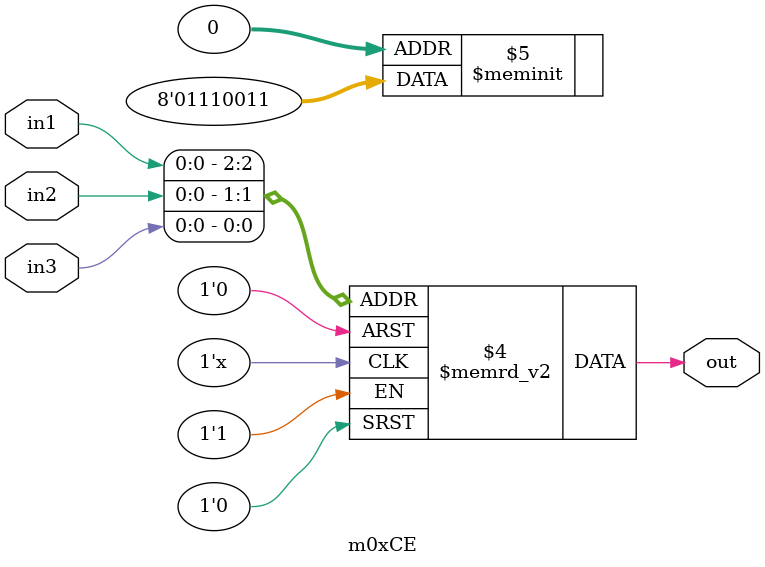
<source format=v>
module m0xCE(output out, input in1, in2, in3);

   always @(in1, in2, in3)
     begin
        case({in1, in2, in3})
          3'b000: {out} = 1'b1;
          3'b001: {out} = 1'b1;
          3'b010: {out} = 1'b0;
          3'b011: {out} = 1'b0;
          3'b100: {out} = 1'b1;
          3'b101: {out} = 1'b1;
          3'b110: {out} = 1'b1;
          3'b111: {out} = 1'b0;
        endcase // case ({in1, in2, in3})
     end // always @ (in1, in2, in3)

endmodule // m0xCE
</source>
